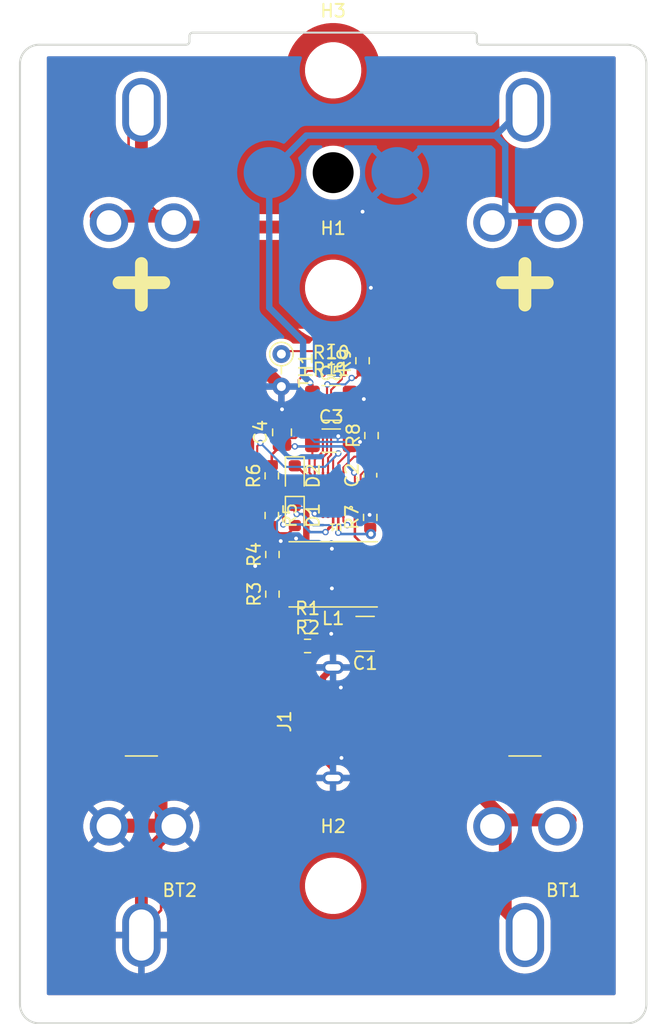
<source format=kicad_pcb>
(kicad_pcb (version 20210424) (generator pcbnew)
  (layers (0 "F.Cu" signal) (31 "B.Cu" signal) (34 "B.Paste" user) (35 "F.Paste" user) (36 "B.SilkS" user "B.Silkscreen") (37 "F.SilkS" user "F.Silkscreen") (38 "B.Mask" user) (39 "F.Mask" user) (44 "Edge.Cuts" user))
  (net 0 "")
  (net 1 "Net-(BT1-Pad2)")
  (net 2 "+BATT")
  (net 3 "GND")
  (net 4 "+5V")
  (net 5 "Net-(C2-Pad2)")
  (net 6 "Net-(C2-Pad1)")
  (net 7 "Net-(C3-Pad1)")
  (net 8 "VCC")
  (net 9 "Net-(U1-Pad18)")
  (net 10 "Net-(D1-Pad2)")
  (net 11 "Net-(J1-Pad5)")
  (net 12 "Net-(J1-Pad4)")
  (net 13 "Net-(R3-Pad2)")
  (net 14 "Net-(U1-Pad16)")
  (net 15 "Net-(D2-Pad2)")
  (net 16 "Net-(R7-Pad1)")
  (net 17 "Net-(R8-Pad1)")
  (net 18 "Net-(R9-Pad1)")
  (net 19 "Net-(R10-Pad2)")
  (net 20 "Net-(R11-Pad2)")
  (footprint "Resistor_THT:R_Axial_DIN0204_L3.6mm_D1.6mm_P2.54mm_Vertical" (layer "F.Cu") (at 70.95 89.18 -90)
    (fp_text reference "TH1" (at 1.27 -1.92 90) (layer "F.SilkS"))
    (fp_text value "Thermistor_NTC")
    (fp_line (start 0.92 0) (end 1.54 0) (layer "F.SilkS") (width 0.12))
    (fp_circle (center 0 0) (end 0.92 0) (layer "F.SilkS") (width 0.12) (fill none))
    (pad "1" thru_hole circle locked (at 0 0 270) (size 1.4 1.4) (drill 0.7) (layers *.Cu *.Mask) (net 20 "Net-(R11-Pad2)"))
    (pad "2" thru_hole oval locked (at 2.54 0 270) (size 1.4 1.4) (drill 0.7) (layers *.Cu *.Mask) (net 3 "GND"))
  )
  (footprint "Resistor_SMD:R_0603_1608Metric" (layer "F.Cu") (at 73 110.5)
    (fp_text reference "R1" (at 0 -1.43) (layer "F.SilkS"))
    (fp_text value "R")
    (fp_line (start -0.237258 0.5225) (end 0.237258 0.5225) (layer "F.SilkS") (width 0.12))
    (fp_line (start -0.237258 -0.5225) (end 0.237258 -0.5225) (layer "F.SilkS") (width 0.12))
    (pad "1" smd roundrect locked (at -0.825 0) (size 0.8 0.95) (layers "F.Cu" "F.Paste" "F.Mask") (net 12 "Net-(J1-Pad4)"))
    (pad "2" smd roundrect locked (at 0.825 0) (size 0.8 0.95) (layers "F.Cu" "F.Paste" "F.Mask") (net 3 "GND"))
  )
  (footprint "Resistor_SMD:R_0603_1608Metric" (layer "F.Cu") (at 77.3 89.7 90)
    (fp_text reference "R9" (at 0 -1.43 90) (layer "F.SilkS"))
    (fp_text value "100")
    (fp_line (start -0.237258 0.5225) (end 0.237258 0.5225) (layer "F.SilkS") (width 0.12))
    (fp_line (start -0.237258 -0.5225) (end 0.237258 -0.5225) (layer "F.SilkS") (width 0.12))
    (pad "1" smd roundrect locked (at -0.825 0 90) (size 0.8 0.95) (layers "F.Cu" "F.Paste" "F.Mask") (net 18 "Net-(R9-Pad1)"))
    (pad "2" smd roundrect locked (at 0.825 0 90) (size 0.8 0.95) (layers "F.Cu" "F.Paste" "F.Mask") (net 1 "Net-(BT1-Pad2)"))
  )
  (footprint "VX8Battery:MP2672A" (layer "F.Cu") (at 75 100.2 180)
    (fp_text reference "U1" (at -0.2 -2.5 180 unlocked) (layer "F.SilkS") (effects (font (size 0.5 0.5) (thickness 0.125))))
    (fp_text value "MP2672A")
    (fp_circle (center -1.4 -1) (end -1.3 -1) (layer "F.SilkS") (width 0.12) (fill none))
    (pad "1" smd roundrect (at -0.85 -0.6 180) (size 1 0.2) (layers "F.Cu" "F.Paste" "F.Mask") (chamfer_ratio 0.2) (chamfer top_left top_right bottom_left bottom_right) (net 4 "+5V"))
    (pad "2" smd rect (at -0.85 -0.2 180) (size 1 0.2) (layers "F.Cu" "F.Paste" "F.Mask") (net 6 "Net-(C2-Pad1)"))
    (pad "3" smd rect (at -0.85 0.2 180) (size 1 0.2) (layers "F.Cu" "F.Paste" "F.Mask") (net 5 "Net-(C2-Pad2)"))
    (pad "4" smd rect (at -0.85 0.6 180) (size 1 0.2) (layers "F.Cu" "F.Paste" "F.Mask") (net 8 "VCC"))
    (pad "5" smd rect (at -0.8 1.45 270) (size 0.7 0.2) (layers "F.Cu" "F.Paste" "F.Mask") (net 17 "Net-(R8-Pad1)"))
    (pad "6" smd rect (at -0.4 1.45 270) (size 0.7 0.2) (layers "F.Cu" "F.Paste" "F.Mask") (net 3 "GND"))
    (pad "7" smd rect (at 0 1.45 270) (size 0.7 0.2) (layers "F.Cu" "F.Paste" "F.Mask") (net 13 "Net-(R3-Pad2)"))
    (pad "8" smd rect (at 0.4 1.45 270) (size 0.7 0.2) (layers "F.Cu" "F.Paste" "F.Mask") (net 19 "Net-(R10-Pad2)"))
    (pad "9" smd rect (at 0.8 1.45 270) (size 0.7 0.2) (layers "F.Cu" "F.Paste" "F.Mask") (net 18 "Net-(R9-Pad1)"))
    (pad "10" smd rect (at 0.85 0.6) (size 1 0.2) (layers "F.Cu" "F.Paste" "F.Mask") (net 2 "+BATT"))
    (pad "11" smd rect (at 0.85 0.2) (size 1 0.2) (layers "F.Cu" "F.Paste" "F.Mask") (net 7 "Net-(C3-Pad1)"))
    (pad "12" smd rect (at 0.85 -0.2) (size 1 0.2) (layers "F.Cu" "F.Paste" "F.Mask") (net 6 "Net-(C2-Pad1)"))
    (pad "13" smd rect (at 0.85 -0.6) (size 1 0.2) (layers "F.Cu" "F.Paste" "F.Mask") (net 3 "GND"))
    (pad "14" smd rect (at 0.8 -1.45 270) (size 0.7 0.2) (layers "F.Cu" "F.Paste" "F.Mask"))
    (pad "15" smd rect (at 0.4 -1.45 270) (size 0.7 0.2) (layers "F.Cu" "F.Paste" "F.Mask"))
    (pad "16" smd rect (at 0 -1.45 270) (size 0.7 0.2) (layers "F.Cu" "F.Paste" "F.Mask") (net 14 "Net-(U1-Pad16)"))
    (pad "17" smd rect (at -0.4 -1.45 270) (size 0.7 0.2) (layers "F.Cu" "F.Paste" "F.Mask") (net 16 "Net-(R7-Pad1)"))
    (pad "18" smd rect (at -0.8 -1.45 270) (size 0.7 0.2) (layers "F.Cu" "F.Paste" "F.Mask") (net 9 "Net-(U1-Pad18)"))
  )
  (footprint "Resistor_SMD:R_0603_1608Metric" (layer "F.Cu") (at 74.85 90.5)
    (fp_text reference "R10" (at 0 -1.43) (layer "F.SilkS"))
    (fp_text value "12.62K")
    (fp_line (start -0.237258 0.5225) (end 0.237258 0.5225) (layer "F.SilkS") (width 0.12))
    (fp_line (start -0.237258 -0.5225) (end 0.237258 -0.5225) (layer "F.SilkS") (width 0.12))
    (pad "1" smd roundrect locked (at -0.825 0) (size 0.8 0.95) (layers "F.Cu" "F.Paste" "F.Mask") (net 8 "VCC"))
    (pad "2" smd roundrect locked (at 0.825 0) (size 0.8 0.95) (layers "F.Cu" "F.Paste" "F.Mask") (net 19 "Net-(R10-Pad2)"))
  )
  (footprint "VX8Battery:AdafruitSMTStandoff" (layer "F.Cu") (at 75 84)
    (fp_text reference "H1" (at 0 -4.65) (layer "F.SilkS"))
    (fp_text value "MountingHole_Pad")
    (pad "" np_thru_hole circle locked (at 0 0) (size 4.22 4.22) (drill 4.4) (layers F&B.Cu *.Mask))
    (pad "1" smd circle locked (at 0 -2.95) (size 1.1 1.1) (layers "F.Cu") (net 3 "GND"))
    (pad "1" smd circle locked (at -2.95 0) (size 1.1 1.1) (layers "F.Cu") (net 3 "GND"))
    (pad "1" smd circle locked (at 0 2.95) (size 1.1 1.1) (layers "F.Cu") (net 3 "GND"))
    (pad "1" smd custom locked (at 2.95 0) (size 1.1 1.1) (layers "F.Cu" "F.Mask") (net 3 "GND") (options (clearance outline) (anchor circle)) (primitives (gr_circle (center -2.95 0) (end 0 0) (width 1.5))))
  )
  (footprint "VX8Battery:Molex-2171780001" (layer "F.Cu") (at 73.2 118 90)
    (fp_text reference "J1" (at 0.1 -2 90 unlocked) (layer "F.SilkS"))
    (fp_text value "USBC-Molex-2171780001")
    (pad "1" thru_hole oval (at -4.32 1.79 90) (size 1 1.7) (drill oval 0.5 1.2) (layers *.Cu *.Mask) (net 3 "GND"))
    (pad "2" smd rect (at -2.75 1 90) (size 0.9 2) (layers "F.Cu" "F.Paste" "F.Mask") (net 3 "GND"))
    (pad "3" smd rect (at -1.52 1 90) (size 0.8 2) (layers "F.Cu" "F.Paste" "F.Mask") (net 4 "+5V"))
    (pad "4" smd rect (at -0.5 1 90) (size 0.7 2) (layers "F.Cu" "F.Paste" "F.Mask") (net 12 "Net-(J1-Pad4)"))
    (pad "5" smd rect (at 0.5 1 90) (size 0.721718 2) (layers "F.Cu" "F.Paste" "F.Mask") (net 11 "Net-(J1-Pad5)"))
    (pad "6" smd rect (at 1.52 1 90) (size 0.8 2) (layers "F.Cu" "F.Paste" "F.Mask") (net 4 "+5V"))
    (pad "7" smd rect (at 2.75 1 90) (size 0.9 2) (layers "F.Cu" "F.Paste" "F.Mask") (net 3 "GND"))
    (pad "8" thru_hole oval (at 4.32 1.79 90) (size 1 1.7) (drill oval 0.5 1.2) (layers *.Cu *.Mask) (net 3 "GND"))
  )
  (footprint "Resistor_SMD:R_0603_1608Metric" (layer "F.Cu") (at 78 95.55 90)
    (fp_text reference "R8" (at 0 -1.43 90) (layer "F.SilkS"))
    (fp_text value "17K")
    (fp_line (start -0.237258 -0.5225) (end 0.237258 -0.5225) (layer "F.SilkS") (width 0.12))
    (fp_line (start -0.237258 0.5225) (end 0.237258 0.5225) (layer "F.SilkS") (width 0.12))
    (pad "1" smd roundrect locked (at -0.825 0 90) (size 0.8 0.95) (layers "F.Cu" "F.Paste" "F.Mask") (net 17 "Net-(R8-Pad1)"))
    (pad "2" smd roundrect locked (at 0.825 0 90) (size 0.8 0.95) (layers "F.Cu" "F.Paste" "F.Mask") (net 3 "GND"))
  )
  (footprint "VX8Battery:AdafruitSMTStandoff" (layer "F.Cu") (at 75 67)
    (fp_text reference "H3" (at 0 -4.65) (layer "F.SilkS"))
    (fp_text value "MountingHole_Pad")
    (pad "" np_thru_hole circle locked (at 0 0) (size 4.22 4.22) (drill 4.4) (layers F&B.Cu *.Mask))
    (pad "1" smd custom locked (at 2.95 0) (size 1.1 1.1) (layers "F.Cu" "F.Mask") (net 3 "GND") (options (clearance outline) (anchor circle)) (primitives (gr_circle (center -2.95 0) (end 0 0) (width 1.5))))
    (pad "1" smd circle locked (at 0 2.95) (size 1.1 1.1) (layers "F.Cu") (net 3 "GND"))
    (pad "1" smd circle locked (at -2.95 0) (size 1.1 1.1) (layers "F.Cu") (net 3 "GND"))
    (pad "1" smd circle locked (at 0 -2.95) (size 1.1 1.1) (layers "F.Cu") (net 3 "GND"))
  )
  (footprint "VX8Battery:VX8BatteryPins" (layer "F.Cu") (at 75 75)
    (fp_text reference "J2" (at 0 -0.5 unlocked) (layer "F.SilkS"))
    (fp_text value "VX8BattPins")
    (pad "" np_thru_hole circle (at 0 0) (size 3.5 3.5) (drill 3.2) (layers *.Mask))
    (pad "1" smd circle (at -5 0) (size 4 4) (layers "B.Cu" "B.Mask") (net 2 "+BATT"))
    (pad "3" smd circle (at 5 0) (size 4 4) (layers "B.Cu" "B.Mask") (net 3 "GND"))
  )
  (footprint "Capacitor_SMD:C_1210_3225Metric" (layer "F.Cu") (at 74.85 93)
    (fp_text reference "C5" (at 0 -2.3) (layer "F.SilkS"))
    (fp_text value "22u")
    (fp_line (start -0.711252 -1.36) (end 0.711252 -1.36) (layer "F.SilkS") (width 0.12))
    (fp_line (start -0.711252 1.36) (end 0.711252 1.36) (layer "F.SilkS") (width 0.12))
    (pad "1" smd roundrect locked (at -1.475 0) (size 1.15 2.7) (layers "F.Cu" "F.Paste" "F.Mask") (roundrect_rratio 0.2173913043) (net 2 "+BATT"))
    (pad "2" smd roundrect locked (at 1.475 0) (size 1.15 2.7) (layers "F.Cu" "F.Paste" "F.Mask") (roundrect_rratio 0.2173913043) (net 3 "GND"))
  )
  (footprint "Resistor_SMD:R_0603_1608Metric" (layer "F.Cu") (at 74.85 88.95 180)
    (fp_text reference "R11" (at 0 -1.43) (layer "F.SilkS"))
    (fp_text value "3.63K")
    (fp_line (start -0.237258 -0.5225) (end 0.237258 -0.5225) (layer "F.SilkS") (width 0.12))
    (fp_line (start -0.237258 0.5225) (end 0.237258 0.5225) (layer "F.SilkS") (width 0.12))
    (pad "1" smd roundrect locked (at -0.825 0 180) (size 0.8 0.95) (layers "F.Cu" "F.Paste" "F.Mask") (net 19 "Net-(R10-Pad2)"))
    (pad "2" smd roundrect locked (at 0.825 0 180) (size 0.8 0.95) (layers "F.Cu" "F.Paste" "F.Mask") (net 20 "Net-(R11-Pad2)"))
  )
  (footprint "Capacitor_SMD:C_0603_1608Metric" (layer "F.Cu") (at 77.9 98.65 90)
    (fp_text reference "C2" (at 0 -1.43 90) (layer "F.SilkS"))
    (fp_text value "100n")
    (fp_line (start -0.14058 -0.51) (end 0.14058 -0.51) (layer "F.SilkS") (width 0.12))
    (fp_line (start -0.14058 0.51) (end 0.14058 0.51) (layer "F.SilkS") (width 0.12))
    (pad "1" smd roundrect locked (at -0.775 0 90) (size 0.9 0.95) (layers "F.Cu" "F.Paste" "F.Mask") (net 6 "Net-(C2-Pad1)"))
    (pad "2" smd roundrect locked (at 0.775 0 90) (size 0.9 0.95) (layers "F.Cu" "F.Paste" "F.Mask") (net 5 "Net-(C2-Pad2)"))
  )
  (footprint "Resistor_SMD:R_0603_1608Metric" (layer "F.Cu") (at 70.2 101.8 -90)
    (fp_text reference "R5" (at 0 -1.43 90) (layer "F.SilkS"))
    (fp_text value "R")
    (fp_line (start -0.237258 -0.5225) (end 0.237258 -0.5225) (layer "F.SilkS") (width 0.12))
    (fp_line (start -0.237258 0.5225) (end 0.237258 0.5225) (layer "F.SilkS") (width 0.12))
    (pad "1" smd roundrect locked (at -0.825 0 270) (size 0.8 0.95) (layers "F.Cu" "F.Paste" "F.Mask") (net 8 "VCC"))
    (pad "2" smd roundrect locked (at 0.825 0 270) (size 0.8 0.95) (layers "F.Cu" "F.Paste" "F.Mask") (net 10 "Net-(D1-Pad2)"))
  )
  (footprint "Capacitor_SMD:C_0805_2012Metric" (layer "F.Cu") (at 71 95.3 90)
    (fp_text reference "C4" (at 0 -1.68 90) (layer "F.SilkS"))
    (fp_text value "1uF")
    (fp_line (start -0.261252 -0.735) (end 0.261252 -0.735) (layer "F.SilkS") (width 0.12))
    (fp_line (start -0.261252 0.735) (end 0.261252 0.735) (layer "F.SilkS") (width 0.12))
    (pad "1" smd roundrect locked (at -0.95 0 90) (size 1 1.45) (layers "F.Cu" "F.Paste" "F.Mask") (net 8 "VCC"))
    (pad "2" smd roundrect locked (at 0.95 0 90) (size 1 1.45) (layers "F.Cu" "F.Paste" "F.Mask") (net 3 "GND"))
  )
  (footprint "Resistor_SMD:R_0603_1608Metric" (layer "F.Cu") (at 70.25 107.95 90)
    (fp_text reference "R3" (at 0 -1.43 90) (layer "F.SilkS"))
    (fp_text value "28.7K")
    (fp_line (start -0.237258 -0.5225) (end 0.237258 -0.5225) (layer "F.SilkS") (width 0.12))
    (fp_line (start -0.237258 0.5225) (end 0.237258 0.5225) (layer "F.SilkS") (width 0.12))
    (pad "1" smd roundrect locked (at -0.825 0 90) (size 0.8 0.95) (layers "F.Cu" "F.Paste" "F.Mask") (net 4 "+5V"))
    (pad "2" smd roundrect locked (at 0.825 0 90) (size 0.8 0.95) (layers "F.Cu" "F.Paste" "F.Mask") (net 13 "Net-(R3-Pad2)"))
  )
  (footprint "Resistor_SMD:R_0603_1608Metric" (layer "F.Cu") (at 70.2 98.7 90)
    (fp_text reference "R6" (at 0 -1.43 90) (layer "F.SilkS"))
    (fp_text value "R")
    (fp_line (start -0.237258 0.5225) (end 0.237258 0.5225) (layer "F.SilkS") (width 0.12))
    (fp_line (start -0.237258 -0.5225) (end 0.237258 -0.5225) (layer "F.SilkS") (width 0.12))
    (pad "1" smd roundrect locked (at -0.825 0 90) (size 0.8 0.95) (layers "F.Cu" "F.Paste" "F.Mask") (net 15 "Net-(D2-Pad2)"))
    (pad "2" smd roundrect locked (at 0.825 0 90) (size 0.8 0.95) (layers "F.Cu" "F.Paste" "F.Mask") (net 8 "VCC"))
  )
  (footprint "Resistor_SMD:R_0603_1608Metric" (layer "F.Cu") (at 73 112)
    (fp_text reference "R2" (at 0 -1.43) (layer "F.SilkS"))
    (fp_text value "R")
    (fp_line (start -0.237258 0.5225) (end 0.237258 0.5225) (layer "F.SilkS") (width 0.12))
    (fp_line (start -0.237258 -0.5225) (end 0.237258 -0.5225) (layer "F.SilkS") (width 0.12))
    (pad "1" smd roundrect locked (at -0.825 0) (size 0.8 0.95) (layers "F.Cu" "F.Paste" "F.Mask") (net 11 "Net-(J1-Pad5)"))
    (pad "2" smd roundrect locked (at 0.825 0) (size 0.8 0.95) (layers "F.Cu" "F.Paste" "F.Mask") (net 3 "GND"))
  )
  (footprint "VX8Battery:21700Battery" (layer "F.Cu") (at 60 126.1)
    (fp_text reference "BT2" (at 3 5 -180) (layer "F.SilkS"))
    (fp_text value "Battery_Cell")
    (fp_line (start -1.25 -5.5) (end 1.25 -5.5) (layer "F.SilkS") (width 0.12))
    (fp_line (start 0 -44) (end 0 -40.75) (layer "F.SilkS") (width 1))
    (fp_line (start -1.75 -42.5) (end 1.75 -42.5) (layer "F.SilkS") (width 1))
    (pad "1" thru_hole oval (at 0 -56 180) (size 3 5) (drill oval 1.93 4) (layers *.Cu *.Mask) (net 1 "Net-(BT1-Pad2)"))
    (pad "1" thru_hole circle (at 2.54 -47.2) (size 3 3) (drill 1.93) (layers *.Cu *.Mask) (net 1 "Net-(BT1-Pad2)"))
    (pad "1" thru_hole circle (at -2.54 -47.2) (size 3 3) (drill 1.93) (layers *.Cu *.Mask) (net 1 "Net-(BT1-Pad2)"))
    (pad "2" thru_hole circle (at -2.54 0 180) (size 3 3) (drill 1.93) (layers *.Cu *.Mask) (net 3 "GND"))
    (pad "2" thru_hole oval (at 0 8.5 180) (size 3 5) (drill oval 1.93 4) (layers *.Cu *.Mask) (net 3 "GND"))
    (pad "2" thru_hole circle (at 2.54 0 180) (size 3 3) (drill 1.93) (layers *.Cu *.Mask) (net 3 "GND"))
  )
  (footprint "LED_SMD:LED_0603_1608Metric" (layer "F.Cu") (at 72 98.7 -90)
    (fp_text reference "D2" (at 0 -1.43 90) (layer "F.SilkS"))
    (fp_text value "LED")
    (fp_line (start -1.485 -0.735) (end -1.485 0.735) (layer "F.SilkS") (width 0.12))
    (fp_line (start 0.8 -0.735) (end -1.485 -0.735) (layer "F.SilkS") (width 0.12))
    (fp_line (start -1.485 0.735) (end 0.8 0.735) (layer "F.SilkS") (width 0.12))
    (pad "1" smd roundrect locked (at -0.7875 0 270) (size 0.875 0.95) (layers "F.Cu" "F.Paste" "F.Mask") (net 14 "Net-(U1-Pad16)"))
    (pad "2" smd roundrect locked (at 0.7875 0 270) (size 0.875 0.95) (layers "F.Cu" "F.Paste" "F.Mask") (net 15 "Net-(D2-Pad2)"))
  )
  (footprint "LED_SMD:LED_0603_1608Metric" (layer "F.Cu") (at 72 101.8 -90)
    (fp_text reference "D1" (at 0 -1.43 90) (layer "F.SilkS"))
    (fp_text value "LED")
    (fp_line (start -1.485 0.735) (end 0.8 0.735) (layer "F.SilkS") (width 0.12))
    (fp_line (start -1.485 -0.735) (end -1.485 0.735) (layer "F.SilkS") (width 0.12))
    (fp_line (start 0.8 -0.735) (end -1.485 -0.735) (layer "F.SilkS") (width 0.12))
    (pad "1" smd roundrect locked (at -0.7875 0 270) (size 0.875 0.95) (layers "F.Cu" "F.Paste" "F.Mask") (net 9 "Net-(U1-Pad18)"))
    (pad "2" smd roundrect locked (at 0.7875 0 270) (size 0.875 0.95) (layers "F.Cu" "F.Paste" "F.Mask") (net 10 "Net-(D1-Pad2)"))
  )
  (footprint "Capacitor_SMD:C_1210_3225Metric" (layer "F.Cu") (at 77.5 111.05 180)
    (fp_text reference "C1" (at 0 -2.3) (layer "F.SilkS"))
    (fp_text value "10uF")
    (fp_line (start -0.711252 -1.36) (end 0.711252 -1.36) (layer "F.SilkS") (width 0.12))
    (fp_line (start -0.711252 1.36) (end 0.711252 1.36) (layer "F.SilkS") (width 0.12))
    (pad "1" smd roundrect locked (at -1.475 0 180) (size 1.15 2.7) (layers "F.Cu" "F.Paste" "F.Mask") (roundrect_rratio 0.2173913043) (net 4 "+5V"))
    (pad "2" smd roundrect locked (at 1.475 0 180) (size 1.15 2.7) (layers "F.Cu" "F.Paste" "F.Mask") (roundrect_rratio 0.2173913043) (net 3 "GND"))
  )
  (footprint "Resistor_SMD:R_0603_1608Metric" (layer "F.Cu") (at 77.9 101.95 90)
    (fp_text reference "R7" (at 0 -1.43 90) (layer "F.SilkS"))
    (fp_text value "20K")
    (fp_line (start -0.237258 0.5225) (end 0.237258 0.5225) (layer "F.SilkS") (width 0.12))
    (fp_line (start -0.237258 -0.5225) (end 0.237258 -0.5225) (layer "F.SilkS") (width 0.12))
    (pad "1" smd roundrect locked (at -0.825 0 90) (size 0.8 0.95) (layers "F.Cu" "F.Paste" "F.Mask") (net 16 "Net-(R7-Pad1)"))
    (pad "2" smd roundrect locked (at 0.825 0 90) (size 0.8 0.95) (layers "F.Cu" "F.Paste" "F.Mask") (net 3 "GND"))
  )
  (footprint "VX8Battery:AdafruitSMTStandoff" (layer "F.Cu") (at 75 130.75)
    (fp_text reference "H2" (at 0 -4.65) (layer "F.SilkS"))
    (fp_text value "MountingHole_Pad")
    (pad "" np_thru_hole circle locked (at 0 0) (size 4.22 4.22) (drill 4.4) (layers F&B.Cu *.Mask))
    (pad "1" smd circle locked (at 0 -2.95) (size 1.1 1.1) (layers "F.Cu") (net 3 "GND"))
    (pad "1" smd circle locked (at 0 2.95) (size 1.1 1.1) (layers "F.Cu") (net 3 "GND"))
    (pad "1" smd custom locked (at 2.95 0) (size 1.1 1.1) (layers "F.Cu" "F.Mask") (net 3 "GND") (options (clearance outline) (anchor circle)) (primitives (gr_circle (center -2.95 0) (end 0 0) (width 1.5))))
    (pad "1" smd circle locked (at -2.95 0) (size 1.1 1.1) (layers "F.Cu") (net 3 "GND"))
  )
  (footprint "VX8Battery:21700Battery" (layer "F.Cu") (at 90 126.1)
    (fp_text reference "BT1" (at 3 5 -180) (layer "F.SilkS"))
    (fp_text value "Battery_Cell")
    (fp_line (start 0 -44) (end 0 -40.75) (layer "F.SilkS") (width 1))
    (fp_line (start -1.75 -42.5) (end 1.75 -42.5) (layer "F.SilkS") (width 1))
    (fp_line (start -1.25 -5.5) (end 1.25 -5.5) (layer "F.SilkS") (width 0.12))
    (pad "1" thru_hole circle (at -2.54 -47.2) (size 3 3) (drill 1.93) (layers *.Cu *.Mask) (net 2 "+BATT"))
    (pad "1" thru_hole circle (at 2.54 -47.2) (size 3 3) (drill 1.93) (layers *.Cu *.Mask) (net 2 "+BATT"))
    (pad "1" thru_hole oval (at 0 -56 180) (size 3 5) (drill oval 1.93 4) (layers *.Cu *.Mask) (net 2 "+BATT"))
    (pad "2" thru_hole circle (at -2.54 0 180) (size 3 3) (drill 1.93) (layers *.Cu *.Mask) (net 1 "Net-(BT1-Pad2)"))
    (pad "2" thru_hole circle (at 2.54 0 180) (size 3 3) (drill 1.93) (layers *.Cu *.Mask) (net 1 "Net-(BT1-Pad2)"))
    (pad "2" thru_hole oval (at 0 8.5 180) (size 3 5) (drill oval 1.93 4) (layers *.Cu *.Mask) (net 1 "Net-(BT1-Pad2)"))
  )
  (footprint "Inductor_SMD:L_Taiyo-Yuden_NR-50xx_HandSoldering" (layer "F.Cu") (at 75 106.4 180)
    (fp_text reference "L1" (at 0 -3.45) (layer "F.SilkS"))
    (fp_text value "1.5uH")
    (fp_line (start -3.45 -2.55) (end 3.45 -2.55) (layer "F.SilkS") (width 0.12))
    (fp_line (start -3.45 2.55) (end 3.45 2.55) (layer "F.SilkS") (width 0.12))
    (pad "1" smd rect locked (at -2.25 0 180) (size 2.4 4.2) (layers "F.Cu" "F.Paste" "F.Mask") (net 4 "+5V"))
    (pad "2" smd rect locked (at 2.25 0 180) (size 2.4 4.2) (layers "F.Cu" "F.Paste" "F.Mask") (net 6 "Net-(C2-Pad1)"))
  )
  (footprint "Resistor_SMD:R_0603_1608Metric" (layer "F.Cu") (at 70.25 104.85 90)
    (fp_text reference "R4" (at 0 -1.43 90) (layer "F.SilkS"))
    (fp_text value "10K")
    (fp_line (start -0.237258 -0.5225) (end 0.237258 -0.5225) (layer "F.SilkS") (width 0.12))
    (fp_line (start -0.237258 0.5225) (end 0.237258 0.5225) (layer "F.SilkS") (width 0.12))
    (pad "1" smd roundrect locked (at -0.825 0 90) (size 0.8 0.95) (layers "F.Cu" "F.Paste" "F.Mask") (net 13 "Net-(R3-Pad2)"))
    (pad "2" smd roundrect locked (at 0.825 0 90) (size 0.8 0.95) (layers "F.Cu" "F.Paste" "F.Mask") (net 3 "GND"))
  )
  (footprint "Capacitor_SMD:C_1206_3216Metric" (layer "F.Cu") (at 74.85 95.95)
    (fp_text reference "C3" (at 0 -1.85) (layer "F.SilkS"))
    (fp_text value "4.7uF")
    (fp_line (start -0.711252 0.91) (end 0.711252 0.91) (layer "F.SilkS") (width 0.12))
    (fp_line (start -0.711252 -0.91) (end 0.711252 -0.91) (layer "F.SilkS") (width 0.12))
    (pad "1" smd roundrect locked (at -1.475 0) (size 1.15 1.8) (layers "F.Cu" "F.Paste" "F.Mask") (roundrect_rratio 0.2173913043) (net 7 "Net-(C3-Pad1)"))
    (pad "2" smd roundrect locked (at 1.475 0) (size 1.15 1.8) (layers "F.Cu" "F.Paste" "F.Mask") (roundrect_rratio 0.2173913043) (net 3 "GND"))
  )
  (gr_line (start 99.5 140) (end 99.5 66.5) (angle 90) (layer "Edge.Cuts") (width 0.16))
  (gr_line (start 64.018 64.053) (end 85.982 64.053) (angle 90) (layer "Edge.Cuts") (width 0.16))
  (gr_line (start 52 65) (end 63.5 65) (angle 90) (layer "Edge.Cuts") (width 0.16))
  (gr_line (start 50.5 66.5) (end 50.5 140) (angle 90) (layer "Edge.Cuts") (width 0.16))
  (gr_line (start 98 65) (end 86.5 65) (angle 90) (layer "Edge.Cuts") (width 0.16))
  (gr_arc (start 86.5 64.741) (end 86.241 64.741) (angle -90) (layer "Edge.Cuts") (width 0.16))
  (gr_line (start 52 141.5) (end 98 141.5) (angle 90) (layer "Edge.Cuts") (width 0.16))
  (gr_arc (start 64.018 64.312) (end 64.018 64.053) (angle -90) (layer "Edge.Cuts") (width 0.16))
  (gr_arc (start 52 140) (end 50.5 140) (angle -90) (layer "Edge.Cuts") (width 0.16))
  (gr_arc (start 98 66.5) (end 99.5 66.5) (angle -90) (layer "Edge.Cuts") (width 0.16))
  (gr_line (start 63.759 64.741) (end 63.759 64.312) (angle 90) (layer "Edge.Cuts") (width 0.16))
  (gr_arc (start 63.5 64.741) (end 63.5 65) (angle -90) (layer "Edge.Cuts") (width 0.16))
  (gr_arc (start 85.982 64.312) (end 86.241 64.312) (angle -90) (layer "Edge.Cuts") (width 0.16))
  (gr_line (start 86.241 64.312) (end 86.241 64.741) (angle 90) (layer "Edge.Cuts") (width 0.16))
  (gr_arc (start 52 66.5) (end 52 65) (angle -90) (layer "Edge.Cuts") (width 0.16))
  (gr_arc (start 98 140) (end 98 141.5) (angle -90) (layer "Edge.Cuts") (width 0.16))
  (segment (start 77.825 88.875) (end 80.65 86.05) (width 1) (layer "F.Cu") (net 1))
  (segment (start 88.46 125.6) (end 85.66 122.8) (width 1) (layer "F.Cu") (net 1))
  (segment (start 61.54 78.4) (end 59.7 78.4) (width 1) (layer "F.Cu") (net 1))
  (segment (start 80.65 86.05) (end 80.65 80.1) (width 1) (layer "F.Cu") (net 1))
  (segment (start 85.65 122.8) (end 80.6 117.75) (width 1) (layer "F.Cu") (net 1))
  (segment (start 80.65 80.1) (end 79.8 79.25) (width 1) (layer "F.Cu") (net 1))
  (segment (start 77.3 88.875) (end 77.825 88.875) (width 1) (layer "F.Cu") (net 1))
  (segment (start 89.84998 134.04998) (end 89.84998 134.54998) (width 1) (layer "F.Cu") (net 1))
  (segment (start 79.8 79.25) (end 62.39 79.25) (width 1) (layer "F.Cu") (net 1))
  (segment (start 59.7 78.4) (end 56.46 78.4) (width 1) (layer "F.Cu") (net 1))
  (segment (start 91 135.2) (end 91 134.65002) (width 0.2) (layer "F.Cu") (net 1))
  (segment (start 59.7 78.4) (end 60 78.1) (width 1) (layer "F.Cu") (net 1))
  (segment (start 80.6 86.1) (end 80.65 86.05) (width 1) (layer "F.Cu") (net 1))
  (segment (start 60 78.1) (end 60 70.1) (width 1) (layer "F.Cu") (net 1))
  (segment (start 59 68.8) (end 59 75.86) (width 0.2) (layer "F.Cu") (net 1))
  (segment (start 88.46 125.6) (end 93.54 125.6) (width 1) (layer "F.Cu") (net 1))
  (segment (start 59 75.86) (end 61.54 78.4) (width 0.2) (layer "F.Cu") (net 1))
  (segment (start 89.84998 134.54998) (end 91 135.7) (width 1) (layer "F.Cu") (net 1))
  (segment (start 88.46 125.6) (end 88.46 132.66) (width 1) (layer "F.Cu") (net 1))
  (segment (start 62.39 79.25) (end 61.54 78.4) (width 1) (layer "F.Cu") (net 1))
  (segment (start 80.6 117.75) (end 80.6 86.1) (width 1) (layer "F.Cu") (net 1))
  (segment (start 88.46 132.66) (end 89.84998 134.04998) (width 1) (layer "F.Cu") (net 1))
  (segment (start 85.66 122.8) (end 85.65 122.8) (width 1) (layer "F.Cu") (net 1))
  (segment (start 73.375 93) (end 73.375 91.575) (width 0.2) (layer "F.Cu") (net 2))
  (segment (start 73.375 91.575) (end 73.2 91.4) (width 0.16) (layer "F.Cu") (net 2))
  (segment (start 73.559022 99.409022) (end 73.559022 97.440334) (width 0.16) (layer "F.Cu") (net 2))
  (segment (start 74.15 99.6) (end 73.75 99.6) (width 0.16) (layer "F.Cu") (net 2))
  (segment (start 73.559022 97.440334) (end 74.2 96.799356) (width 0.16) (layer "F.Cu") (net 2))
  (segment (start 74.2 93.825) (end 73.375 93) (width 0.16) (layer "F.Cu") (net 2))
  (segment (start 74.2 96.799356) (end 74.2 93.825) (width 0.16) (layer "F.Cu") (net 2))
  (segment (start 73.75 99.6) (end 73.559022 99.409022) (width 0.16) (layer "F.Cu") (net 2))
  (via (at 73.2 91.4) (size 0.5) (drill 0.3) (layers "F.Cu" "B.Cu") (net 2))
  (segment (start 87.7 72.1) (end 88.46 72.86) (width 0.5) (layer "B.Cu") (net 2))
  (segment (start 70 75) (end 72.9 72.1) (width 0.5) (layer "B.Cu") (net 2))
  (segment (start 72.65 90.85) (end 72.65 88.2) (width 0.5) (layer "B.Cu") (net 2))
  (segment (start 88.46 78.4) (end 93.54 78.4) (width 0.5) (layer "B.Cu") (net 2))
  (segment (start 72.9 72.1) (end 87.7 72.1) (width 0.5) (layer "B.Cu") (net 2))
  (segment (start 72.65 88.2) (end 70 85.55) (width 0.5) (layer "B.Cu") (net 2))
  (segment (start 70 85.55) (end 70 75) (width 0.5) (layer "B.Cu") (net 2))
  (segment (start 87.7 72.1) (end 91 68.8) (width 0.5) (layer "B.Cu") (net 2))
  (segment (start 73.2 91.4) (end 72.65 90.85) (width 0.5) (layer "B.Cu") (net 2))
  (segment (start 70 75.85) (end 70 75) (width 0.5) (layer "B.Cu") (net 2))
  (segment (start 88.46 72.86) (end 88.46 78.4) (width 0.5) (layer "B.Cu") (net 2))
  (segment (start 68.320977 90.949023) (end 69.25 90.02) (width 1) (layer "F.Cu") (net 3))
  (segment (start 69.75 110.15) (end 69.05 109.45) (width 0.5) (layer "F.Cu") (net 3))
  (segment (start 68.9 109.3) (end 68.9 105.75) (width 0.5) (layer "F.Cu") (net 3))
  (segment (start 76.325 95.95) (end 76.325 93) (width 0.16) (layer "F.Cu") (net 3))
  (segment (start 61.54 125.6) (end 61.54 122.8) (width 1) (layer "F.Cu") (net 3))
  (segment (start 61.54 125.6) (end 61.54 132.66) (width 0.2) (layer "F.Cu") (net 3))
  (segment (start 56.46 125.6) (end 61.54 125.6) (width 0.2) (layer "F.Cu") (net 3))
  (segment (start 61.54 122.8) (end 68.4 122.8) (width 1) (layer "F.Cu") (net 3))
  (segment (start 69.25 90.02) (end 69.25 87.2) (width 1) (layer "F.Cu") (net 3))
  (segment (start 76.025 111.05) (end 74.85 111.05) (width 0.2) (layer "F.Cu") (net 3))
  (segment (start 73.05 109.5) (end 71.8 109.5) (width 0.2) (layer "F.Cu") (net 3))
  (segment (start 74.375 111.05) (end 73.825 110.5) (width 0.2) (layer "F.Cu") (net 3))
  (segment (start 71.4 122.8) (end 73.45 120.75) (width 1) (layer "F.Cu") (net 3))
  (segment (start 76.325 93) (end 77.1 93) (width 0.5) (layer "F.Cu") (net 3))
  (segment (start 74.99 122.32) (end 74.99 127.79) (width 0.5) (layer "F.Cu") (net 3))
  (segment (start 77.95 81.771646) (end 77.478833 81.300479) (width 1) (layer "F.Cu") (net 3))
  (segment (start 75.4 98.75) (end 75.4 97.701856) (width 0.16) (layer "F.Cu") (net 3))
  (segment (start 78 94.675) (end 76.325 93) (width 0.16) (layer "F.Cu") (net 3))
  (segment (start 74.99 122.32) (end 74.99 121.54) (width 0.5) (layer "F.Cu") (net 3))
  (segment (start 77.1 96.05) (end 76.425 96.05) (width 0.16) (layer "F.Cu") (net 3))
  (segment (start 72.05 82.954708) (end 72.05 84) (width 1) (layer "F.Cu") (net 3))
  (segment (start 77.35 78.1) (end 77.3 78.05) (width 0.5) (layer "F.Cu") (net 3))
  (segment (start 68.4 122.8) (end 68.320977 122.720977) (width 1) (layer "F.Cu") (net 3))
  (segment (start 78 94.725) (end 78 94.675) (width 0.16) (layer "F.Cu") (net 3))
  (segment (start 73.5595 100.9905) (end 73.5595 101.655068) (width 0.16) (layer "F.Cu") (net 3))
  (segment (start 60 134.6) (end 60 128.64) (width 1) (layer "F.Cu") (net 3))
  (segment (start 77.478833 81.300479) (end 73.704229 81.300479) (width 1) (layer "F.Cu") (net 3))
  (segment (start 77.95 77.4) (end 77.95 67) (width 0.5) (layer "F.Cu") (net 3))
  (segment (start 69.05 109.45) (end 68.9 109.3) (width 0.5) (layer "F.Cu") (net 3))
  (segment (start 70.675 104.025) (end 70.9 103.8) (width 0.16) (layer "F.Cu") (net 3))
  (segment (start 60 128.64) (end 62.54 126.1) (width 1) (layer "F.Cu") (net 3))
  (segment (start 70.25 104.025) (end 70.675 104.025) (width 0.16) (layer "F.Cu") (net 3))
  (segment (start 68.320977 122.720977) (end 68.320977 90.949023) (width 1) (layer "F.Cu") (net 3))
  (segment (start 76.325 96.776856) (end 76.325 95.95) (width 0.16) (layer "F.Cu") (net 3))
  (segment (start 74.99 127.79) (end 75 127.8) (width 0.5) (layer "F.Cu") (net 3))
  (segment (start 71 91.815) (end 71.1 91.715) (width 0.16) (layer "F.Cu") (net 3))
  (segment (start 74.2 114.47) (end 74.99 113.68) (width 0.5) (layer "F.Cu") (net 3))
  (segment (start 73.75 100.8) (end 73.5595 100.9905) (width 0.16) (layer "F.Cu") (net 3))
  (segment (start 70.95 85.5) (end 72.149521 86.699521) (width 1) (layer "F.Cu") (net 3))
  (segment (start 73.45 120.75) (end 74.2 120.75) (width 1) (layer "F.Cu") (net 3))
  (segment (start 61.54 132.66) (end 59.75002 134.44998) (width 0.2) (layer "F.Cu") (net 3))
  (segment (start 74.2 120.95) (end 73.5 120.95) (width 0.16) (layer "F.Cu") (net 3))
  (segment (start 62.54 126.1) (end 57.46 126.1) (width 1) (layer "F.Cu") (net 3))
  (segment (start 71 93.5) (end 71 91.815) (width 0.16) (layer "F.Cu") (net 3))
  (segment (start 71 94.35) (end 71 93.5) (width 0.16) (layer "F.Cu") (net 3))
  (segment (start 75.4 97.701856) (end 76.325 96.776856) (width 0.16) (layer "F.Cu") (net 3))
  (segment (start 74.85 111.05) (end 74.375 111.05) (width 0.2) (layer "F.Cu") (net 3))
  (segment (start 75.65 120.75) (end 74.2 120.75) (width 0.5) (layer "F.Cu") (net 3))
  (segment (start 73.825 110.5) (end 73.825 110.275) (width 0.2) (layer "F.Cu") (net 3))
  (segment (start 77.85 101.75) (end 77.85 101.175) (width 0.16) (layer "F.Cu") (net 3))
  (segment (start 69.25 87.2) (end 70.95 85.5) (width 1) (layer "F.Cu") (net 3))
  (segment (start 77.3 78.05) (end 77.95 77.4) (width 0.5) (layer "F.Cu") (net 3))
  (segment (start 77.478833 86.699521) (end 77.95 86.228354) (width 1) (layer "F.Cu") (net 3))
  (segment (start 69.8 110.15) (end 69.75 110.15) (width 0.5) (layer "F.Cu") (net 3))
  (segment (start 74.2 115.25) (end 75.6 115.25) (width 0.5) (layer "F.Cu") (net 3))
  (segment (start 71.8 109.5) (end 71.15 110.15) (width 0.2) (layer "F.Cu") (net 3))
  (segment (start 74.9 107.5) (end 74.9 104.4) (width 0.2) (layer "F.Cu") (net 3))
  (segment (start 77.95 86.228354) (end 77.95 81.771646) (width 1) (layer "F.Cu") (net 3))
  (segment (start 73.825 110.275) (end 73.05 109.5) (width 0.2) (layer "F.Cu") (net 3))
  (segment (start 68.4 122.8) (end 71.4 122.8) (width 1) (layer "F.Cu") (net 3))
  (segment (start 70.95 91.72) (end 69.25 90.02) (width 1) (layer "F.Cu") (net 3))
  (segment (start 75.975 95.6) (end 76.325 95.95) (width 0.16) (layer "F.Cu") (net 3))
  (segment (start 74.15 100.8) (end 73.75 100.8) (width 0.16) (layer "F.Cu") (net 3))
  (segment (start 77.1 93) (end 77.4 92.7) (width 0.5) (layer "F.Cu") (net 3))
  (segment (start 73.825 110.5) (end 73.825 112) (width 0.2) (layer "F.Cu") (net 3))
  (segment (start 72.149521 86.699521) (end 77.478833 86.699521) (width 1) (layer "F.Cu") (net 3))
  (segment (start 77.85 101.175) (end 77.9 101.125) (width 0.16) (layer "F.Cu") (net 3))
  (segment (start 73.704229 81.300479) (end 72.05 82.954708) (width 1) (layer "F.Cu") (net 3))
  (segment (start 74.2 115.25) (end 74.2 114.47) (width 0.5) (layer "F.Cu") (net 3))
  (segment (start 75.4 95.6) (end 75.975 95.6) (width 0.16) (layer "F.Cu") (net 3))
  (segment (start 76.425 96.05) (end 76.325 95.95) (width 0.16) (layer "F.Cu") (net 3))
  (segment (start 71.15 110.15) (end 69.8 110.15) (width 0.2) (layer "F.Cu") (net 3))
  (segment (start 74.99 121.54) (end 74.2 120.75) (width 0.5) (layer "F.Cu") (net 3))
  (via (at 77.85 101.75) (size 0.5) (drill 0.3) (layers "F.Cu" "B.Cu") (net 3))
  (via (at 70.9 103.8) (size 0.5) (drill 0.3) (layers "F.Cu" "B.Cu") (net 3))
  (via (at 75.65 120.75) (size 0.5) (drill 0.3) (layers "F.Cu" "B.Cu") (net 3))
  (via (at 77.3 78.05) (size 0.5) (drill 0.3) (layers "F.Cu" "B.Cu") (net 3))
  (via (at 72.1 103.6) (size 0.5) (drill 0.3) (layers "F.Cu" "B.Cu") (net 3))
  (via (at 74.85 111.05) (size 0.5) (drill 0.3) (layers "F.Cu" "B.Cu") (net 3))
  (via (at 73.5595 101.655068) (size 0.5) (drill 0.3) (layers "F.Cu" "B.Cu") (net 3))
  (via (at 75.4 95.6) (size 0.5) (drill 0.3) (layers "F.Cu" "B.Cu") (net 3))
  (via (at 74.9 104.4) (size 0.5) (drill 0.3) (layers "F.Cu" "B.Cu") (net 3))
  (via (at 77.4 92.7) (size 0.5) (drill 0.3) (layers "F.Cu" "B.Cu") (net 3))
  (via (at 68.9 105.75) (size 0.5) (drill 0.3) (layers "F.Cu" "B.Cu") (net 3))
  (via (at 75.6 115.25) (size 0.5) (drill 0.3) (layers "F.Cu" "B.Cu") (net 3))
  (via (at 77.95 84) (size 0.5) (drill 0.3) (layers "F.Cu" "B.Cu") (net 3))
  (via (at 71 93.5) (size 0.5) (drill 0.3) (layers "F.Cu" "B.Cu") (net 3))
  (via (at 77.1 96.05) (size 0.5) (drill 0.3) (layers "F.Cu" "B.Cu") (net 3))
  (via (at 74.9 107.5) (size 0.5) (drill 0.3) (layers "F.Cu" "B.Cu") (net 3))
  (segment (start 70.610499 103.510499) (end 70.610499 102.265039) (width 0.16) (layer "B.Cu") (net 3))
  (segment (start 71.67346 101.202078) (end 73.10651 101.202078) (width 0.16) (layer "B.Cu") (net 3))
  (segment (start 77.95 78.7) (end 77.95 84) (width 0.5) (layer "B.Cu") (net 3))
  (segment (start 74.85 107.55) (end 74.9 107.5) (width 0.2) (layer "B.Cu") (net 3))
  (segment (start 72.9 104.4) (end 72.1 103.6) (width 0.2) (layer "B.Cu") (net 3))
  (segment (start 77.8 101.7) (end 73.604432 101.7) (width 0.16) (layer "B.Cu") (net 3))
  (segment (start 74.85 111.05) (end 74.85 107.55) (width 0.2) (layer "B.Cu") (net 3))
  (segment (start 78.6 97.3) (end 77.35 96.05) (width 0.16) (layer "B.Cu") (net 3))
  (segment (start 77.3 77.7) (end 80 75) (width 0.5) (layer "B.Cu") (net 3))
  (segment (start 78.6 100.3) (end 78.6 97.3) (width 0.16) (layer "B.Cu") (net 3))
  (segment (start 77.1 96.05) (end 75.35 96.05) (width 0.16) (layer "B.Cu") (net 3))
  (segment (start 75.35 96.05) (end 73.55 96.05) (width 0.16) (layer "B.Cu") (net 3))
  (segment (start 70.610499 102.265039) (end 71.67346 101.202078) (width 0.16) (layer "B.Cu") (net 3))
  (segment (start 75.6 120.7) (end 75.65 120.75) (width 0.5) (layer "B.Cu") (net 3))
  (segment (start 77.3 78.05) (end 77.95 78.7) (width 0.5) (layer "B.Cu") (net 3))
  (segment (start 75.35 96.05) (end 75.35 95.65) (width 0.16) (layer "B.Cu") (net 3))
  (segment (start 74.9 104.4) (end 72.9 104.4) (width 0.2) (layer "B.Cu") (net 3))
  (segment (start 77.35 78.1) (end 77.3 78.05) (width 0.5) (layer "B.Cu") (net 3))
  (segment (start 77.85 101.75) (end 77.8 101.7) (width 0.16) (layer "B.Cu") (net 3))
  (segment (start 75.35 95.65) (end 75.4 95.6) (width 0.16) (layer "B.Cu") (net 3))
  (segment (start 77.35 96.05) (end 77.1 96.05) (width 0.16) (layer "B.Cu") (net 3))
  (segment (start 77.85 101.05) (end 78.6 100.3) (width 0.16) (layer "B.Cu") (net 3))
  (segment (start 73.55 96.05) (end 71 93.5) (width 0.16) (layer "B.Cu") (net 3))
  (segment (start 73.604432 101.7) (end 73.5595 101.655068) (width 0.16) (layer "B.Cu") (net 3))
  (segment (start 73.10651 101.202078) (end 73.5595 101.655068) (width 0.16) (layer "B.Cu") (net 3))
  (segment (start 70.9 103.8) (end 70.610499 103.510499) (width 0.16) (layer "B.Cu") (net 3))
  (segment (start 77.85 101.75) (end 77.85 101.05) (width 0.16) (layer "B.Cu") (net 3))
  (segment (start 68.9 105.75) (end 68.95 105.75) (width 0.5) (layer "B.Cu") (net 3))
  (segment (start 75.6 115.25) (end 75.6 120.7) (width 0.5) (layer "B.Cu") (net 3))
  (segment (start 68.95 105.75) (end 70.9 103.8) (width 0.5) (layer "B.Cu") (net 3))
  (segment (start 77.3 78.05) (end 77.3 77.7) (width 0.5) (layer "B.Cu") (net 3))
  (segment (start 77.1 113.65) (end 78.35 112.4) (width 0.5) (layer "F.Cu") (net 4))
  (segment (start 76.45 100.8) (end 75.85 100.8) (width 0.2) (layer "F.Cu") (net 4))
  (segment (start 78.35 112.4) (end 78.6 112.4) (width 0.5) (layer "F.Cu") (net 4))
  (segment (start 77.075 108.775) (end 77.1 108.75) (width 0.16) (layer "F.Cu") (net 4))
  (segment (start 77.25 106.4) (end 77.25 104) (width 0.2) (layer "F.Cu") (net 4))
  (segment (start 77.1 108.75) (end 77.1 106.55) (width 0.5) (layer "F.Cu") (net 4))
  (segment (start 76.7 103.45) (end 76.7 101.05) (width 0.2) (layer "F.Cu") (net 4))
  (segment (start 70.25 108.775) (end 70.525 108.775) (width 0.16) (layer "F.Cu") (net 4))
  (segment (start 77.25 106.4) (end 77.25 104.65) (width 0.25) (layer "F.Cu") (net 4))
  (segment (start 70.25 108.775) (end 77.075 108.775) (width 0.16) (layer "F.Cu") (net 4))
  (segment (start 78.975 111.05) (end 77.1 109.175) (width 0.5) (layer "F.Cu") (net 4))
  (segment (start 77.08 116.48) (end 77.1 116.5) (width 0.5) (layer "F.Cu") (net 4))
  (segment (start 77.1 116.5) (end 77.1 113.65) (width 0.5) (layer "F.Cu") (net 4))
  (segment (start 77.1 119.1) (end 77.1 116.5) (width 0.5) (layer "F.Cu") (net 4))
  (segment (start 77.25 104) (end 76.7 103.45) (width 0.2) (layer "F.Cu") (net 4))
  (segment (start 77.1 109.175) (end 77.1 108.75) (width 0.5) (layer "F.Cu") (net 4))
  (segment (start 77.1 106.55) (end 77.25 106.4) (width 0.5) (layer "F.Cu") (net 4))
  (segment (start 78.6 112.4) (end 78.975 112.025) (width 0.5) (layer "F.Cu") (net 4))
  (segment (start 76.68 119.52) (end 77.1 119.1) (width 0.5) (layer "F.Cu") (net 4))
  (segment (start 78.975 112.025) (end 78.975 111.05) (width 0.5) (layer "F.Cu") (net 4))
  (segment (start 74.2 119.52) (end 76.68 119.52) (width 0.5) (layer "F.Cu") (net 4))
  (segment (start 77.25 106.4) (end 77.1 106.25) (width 0.25) (layer "F.Cu") (net 4))
  (segment (start 76.7 101.05) (end 76.45 100.8) (width 0.2) (layer "F.Cu") (net 4))
  (segment (start 74.2 116.48) (end 77.08 116.48) (width 0.5) (layer "F.Cu") (net 4))
  (segment (start 76.475 107.175) (end 77.25 106.4) (width 0.5) (layer "F.Cu") (net 4))
  (segment (start 76.85 100) (end 77.15 99.7) (width 0.16) (layer "F.Cu") (net 5))
  (segment (start 77.15 99.7) (end 77.15 98.625) (width 0.16) (layer "F.Cu") (net 5))
  (segment (start 77.15 98.625) (end 77.9 97.875) (width 0.16) (layer "F.Cu") (net 5))
  (segment (start 75.85 100) (end 76.85 100) (width 0.16) (layer "F.Cu") (net 5))
  (segment (start 72.75 104.05) (end 72.9 103.9) (width 0.5) (layer "F.Cu") (net 6))
  (segment (start 77.9 99.45) (end 77.9 99.425) (width 0.16) (layer "F.Cu") (net 6))
  (segment (start 76.95 100.4) (end 77.9 99.45) (width 0.16) (layer "F.Cu") (net 6))
  (segment (start 73.2 100.4) (end 73.1 100.5) (width 0.16) (layer "F.Cu") (net 6))
  (segment (start 72.75 106.4) (end 72.75 104.05) (width 0.5) (layer "F.Cu") (net 6))
  (segment (start 75.85 100.4) (end 76.95 100.4) (width 0.16) (layer "F.Cu") (net 6))
  (segment (start 72.9 100.7) (end 73.1 100.5) (width 0.5) (layer "F.Cu") (net 6))
  (segment (start 72.9 103.9) (end 72.9 100.7) (width 0.5) (layer "F.Cu") (net 6))
  (segment (start 74.15 100.4) (end 75.85 100.4) (width 0.16) (layer "F.Cu") (net 6))
  (segment (start 74.15 100.4) (end 73.2 100.4) (width 0.16) (layer "F.Cu") (net 6))
  (segment (start 73.139511 98.459369) (end 73.139511 97.310489) (width 0.16) (layer "F.Cu") (net 7))
  (segment (start 73.25 100) (end 73.239511 99.989511) (width 0.16) (layer "F.Cu") (net 7))
  (segment (start 73.239511 98.559369) (end 73.139511 98.459369) (width 0.16) (layer "F.Cu") (net 7))
  (segment (start 74.15 100) (end 73.25 100) (width 0.16) (layer "F.Cu") (net 7))
  (segment (start 73.139511 97.310489) (end 73.375 97.075) (width 0.16) (layer "F.Cu") (net 7))
  (segment (start 73.239511 99.989511) (end 73.239511 98.559369) (width 0.16) (layer "F.Cu") (net 7))
  (segment (start 73.375 97.075) (end 73.375 95.95) (width 0.16) (layer "F.Cu") (net 7))
  (segment (start 69.4 98.675) (end 70.2 97.875) (width 0.2) (layer "F.Cu") (net 8))
  (segment (start 70.075 100.975) (end 69.4 100.3) (width 0.2) (layer "F.Cu") (net 8))
  (segment (start 72.05 95.75) (end 72.3 95.5) (width 0.16) (layer "F.Cu") (net 8))
  (segment (start 75.85 99.6) (end 76.55 99.6) (width 0.16) (layer "F.Cu") (net 8))
  (segment (start 69.4 100.3) (end 69.4 98.675) (width 0.2) (layer "F.Cu") (net 8))
  (segment (start 76.7 98.5) (end 76.65 98.45) (width 0.16) (layer "F.Cu") (net 8))
  (segment (start 71.5 95.75) (end 72.05 95.75) (width 0.16) (layer "F.Cu") (net 8))
  (segment (start 76.7 99.45) (end 76.7 98.5) (width 0.16) (layer "F.Cu") (net 8))
  (segment (start 70.2 97.875) (end 70.2 97.05) (width 0.2) (layer "F.Cu") (net 8))
  (segment (start 71.15 96.4) (end 71 96.25) (width 0.2) (layer "F.Cu") (net 8))
  (segment (start 72.3 95.5) (end 72.3 91.2) (width 0.16) (layer "F.Cu") (net 8))
  (segment (start 72 96.4) (end 71.15 96.4) (width 0.2) (layer "F.Cu") (net 8))
  (segment (start 70.2 100.975) (end 70.075 100.975) (width 0.2) (layer "F.Cu") (net 8))
  (segment (start 71 96.25) (end 71.5 95.75) (width 0.16) (layer "F.Cu") (net 8))
  (segment (start 70.2 97.05) (end 71 96.25) (width 0.2) (layer "F.Cu") (net 8))
  (segment (start 72.3 91.2) (end 73 90.5) (width 0.16) (layer "F.Cu") (net 8))
  (segment (start 76.55 99.6) (end 76.7 99.45) (width 0.16) (layer "F.Cu") (net 8))
  (segment (start 73 90.5) (end 74.025 90.5) (width 0.16) (layer "F.Cu") (net 8))
  (via (at 76.65 98.45) (size 0.5) (drill 0.3) (layers "F.Cu" "B.Cu") (net 8))
  (via (at 72 96.4) (size 0.5) (drill 0.3) (layers "F.Cu" "B.Cu") (net 8))
  (segment (start 75.6 96.4) (end 72 96.4) (width 0.2) (layer "B.Cu") (net 8))
  (segment (start 76.65 98.45) (end 76.2 98) (width 0.2) (layer "B.Cu") (net 8))
  (segment (start 75.7 96.4) (end 75.6 96.4) (width 0.2) (layer "B.Cu") (net 8))
  (segment (start 76.2 96.9) (end 75.7 96.4) (width 0.2) (layer "B.Cu") (net 8))
  (segment (start 76.2 98) (end 76.2 96.9) (width 0.2) (layer "B.Cu") (net 8))
  (segment (start 75.8 101.65) (end 75.8 102.25) (width 0.16) (layer "F.Cu") (net 9))
  (segment (start 72 101.542106) (end 72.149473 101.691579) (width 0.2) (layer "F.Cu") (net 9))
  (segment (start 72 101.0125) (end 72 101.542106) (width 0.2) (layer "F.Cu") (net 9))
  (segment (start 75.8 102.25) (end 76.1 102.55) (width 0.16) (layer "F.Cu") (net 9))
  (via (at 76.1 102.55) (size 0.5) (drill 0.3) (layers "F.Cu" "B.Cu") (net 9))
  (via (at 72.149473 101.691579) (size 0.5) (drill 0.3) (layers "F.Cu" "B.Cu") (net 9))
  (segment (start 72.591579 101.691579) (end 72.149473 101.691579) (width 0.2) (layer "B.Cu") (net 9))
  (segment (start 74.224462 102.55) (end 73.45 102.55) (width 0.2) (layer "B.Cu") (net 9))
  (segment (start 76.1 102.55) (end 74.224462 102.55) (width 0.16) (layer "B.Cu") (net 9))
  (segment (start 73.45 102.55) (end 72.591579 101.691579) (width 0.2) (layer "B.Cu") (net 9))
  (segment (start 72 102.5875) (end 72 102.7) (width 0.2) (layer "F.Cu") (net 10))
  (segment (start 72 102.7) (end 71.5 103.2) (width 0.2) (layer "F.Cu") (net 10))
  (segment (start 70.775 103.2) (end 70.2 102.625) (width 0.2) (layer "F.Cu") (net 10))
  (segment (start 71.5 103.2) (end 70.775 103.2) (width 0.2) (layer "F.Cu") (net 10))
  (segment (start 72.175 112) (end 72.175 116.775) (width 0.5) (layer "F.Cu") (net 11))
  (segment (start 72.9 117.5) (end 74.2 117.5) (width 0.5) (layer "F.Cu") (net 11))
  (segment (start 72.175 116.775) (end 72.9 117.5) (width 0.5) (layer "F.Cu") (net 11))
  (segment (start 71.15 111.525) (end 71.15 117.15) (width 0.5) (layer "F.Cu") (net 12))
  (segment (start 72.5 118.5) (end 74.2 118.5) (width 0.5) (layer "F.Cu") (net 12))
  (segment (start 71.15 117.15) (end 72.5 118.5) (width 0.5) (layer "F.Cu") (net 12))
  (segment (start 72.175 110.5) (end 71.15 111.525) (width 0.5) (layer "F.Cu") (net 12))
  (segment (start 75 98.75) (end 75 97.354962) (width 0.16) (layer "F.Cu") (net 13))
  (segment (start 70.25 107.125) (end 70.25 105.675) (width 0.16) (layer "F.Cu") (net 13))
  (segment (start 75.148051 97.206873) (end 75.148051 97.201949) (width 0.16) (layer "F.Cu") (net 13))
  (segment (start 69.060489 104.485489) (end 69.060489 96.379664) (width 0.16) (layer "F.Cu") (net 13))
  (segment (start 75.148025 97.206899) (end 75.148051 97.206873) (width 0.16) (layer "F.Cu") (net 13))
  (segment (start 75 97.354962) (end 75.148025 97.206937) (width 0.16) (layer "F.Cu") (net 13))
  (segment (start 75.148051 97.201949) (end 75.4 96.95) (width 0.16) (layer "F.Cu") (net 13))
  (segment (start 70.25 105.675) (end 69.060489 104.485489) (width 0.16) (layer "F.Cu") (net 13))
  (segment (start 75.148025 97.206937) (end 75.148025 97.206899) (width 0.16) (layer "F.Cu") (net 13))
  (segment (start 69.060489 96.379664) (end 69.3095 96.130653) (width 0.16) (layer "F.Cu") (net 13))
  (segment (start 75 98.75) (end 75.058533 98.691467) (width 0.16) (layer "F.Cu") (net 13))
  (via (at 75.4 96.95) (size 0.5) (drill 0.3) (layers "F.Cu" "B.Cu") (net 13))
  (via (at 69.3095 96.130653) (size 0.5) (drill 0.3) (layers "F.Cu" "B.Cu") (net 13))
  (segment (start 74.2 98) (end 74.362194 98) (width 0.16) (layer "B.Cu") (net 13))
  (segment (start 71.178847 98) (end 69.3095 96.130653) (width 0.16) (layer "B.Cu") (net 13))
  (segment (start 74.2 98) (end 71.178847 98) (width 0.16) (layer "B.Cu") (net 13))
  (segment (start 75.4 96.95) (end 74.35 98) (width 0.16) (layer "B.Cu") (net 13))
  (segment (start 74.35 98) (end 74.2 98) (width 0.16) (layer "B.Cu") (net 13))
  (segment (start 75 102.5) (end 75 101.65) (width 0.2) (layer "F.Cu") (net 14))
  (segment (start 75 102.4) (end 75 101.65) (width 0.16) (layer "F.Cu") (net 14))
  (segment (start 71.4 100.3) (end 71.1 100.6) (width 0.2) (layer "F.Cu") (net 14))
  (segment (start 74.6 102.8) (end 75 102.4) (width 0.16) (layer "F.Cu") (net 14))
  (segment (start 71.1 100.6) (end 71.1 102.5) (width 0.2) (layer "F.Cu") (net 14))
  (segment (start 72.888953 98.688953) (end 72.888953 99.990489) (width 0.2) (layer "F.Cu") (net 14))
  (segment (start 72.888953 99.990489) (end 72.579443 100.3) (width 0.2) (layer "F.Cu") (net 14))
  (segment (start 72 97.9125) (end 72.1125 97.9125) (width 0.2) (layer "F.Cu") (net 14))
  (segment (start 72.579443 100.3) (end 71.4 100.3) (width 0.2) (layer "F.Cu") (net 14))
  (segment (start 74.4 103.1) (end 75 102.5) (width 0.2) (layer "F.Cu") (net 14))
  (segment (start 72.1125 97.9125) (end 72.888953 98.688953) (width 0.2) (layer "F.Cu") (net 14))
  (via (at 74.4 103.1) (size 0.5) (drill 0.3) (layers "F.Cu" "B.Cu") (net 14))
  (via (at 71.1 102.5) (size 0.5) (drill 0.3) (layers "F.Cu" "B.Cu") (net 14))
  (segment (start 73 102.9) (end 73.2 103.1) (width 0.2) (layer "B.Cu") (net 14))
  (segment (start 71.1 102.5) (end 72.6 102.5) (width 0.2) (layer "B.Cu") (net 14))
  (segment (start 73.2 103.1) (end 74.4 103.1) (width 0.2) (layer "B.Cu") (net 14))
  (segment (start 72.6 102.5) (end 73 102.9) (width 0.2) (layer "B.Cu") (net 14))
  (segment (start 71.9625 99.525) (end 72 99.4875) (width 0.2) (layer "F.Cu") (net 15))
  (segment (start 70.2 99.525) (end 71.9625 99.525) (width 0.2) (layer "F.Cu") (net 15))
  (segment (start 75.4 103.15) (end 75.4 101.65) (width 0.2) (layer "F.Cu") (net 16))
  (segment (start 77.9 102.775) (end 77.9 103.2) (width 0.2) (layer "F.Cu") (net 16))
  (segment (start 77.9 103.2) (end 77.95 103.25) (width 0.2) (layer "F.Cu") (net 16))
  (via (at 77.95 103.25) (size 0.8) (drill 0.4) (layers "F.Cu" "B.Cu") (net 16))
  (via (at 75.4 103.15) (size 0.5) (drill 0.3) (layers "F.Cu" "B.Cu") (net 16))
  (segment (start 77.95 103.25) (end 77.85 103.35) (width 0.2) (layer "B.Cu") (net 16))
  (segment (start 75.5 103.25) (end 75.4 103.15) (width 0.2) (layer "B.Cu") (net 16))
  (segment (start 77.95 103.25) (end 75.5 103.25) (width 0.2) (layer "B.Cu") (net 16))
  (segment (start 78 96.4) (end 78 96.375) (width 0.16) (layer "F.Cu") (net 17))
  (segment (start 76.65 97.2) (end 77.2 97.2) (width 0.16) (layer "F.Cu") (net 17))
  (segment (start 75.8 98.75) (end 75.8 98.05) (width 0.16) (layer "F.Cu") (net 17))
  (segment (start 75.8 98.05) (end 76.65 97.2) (width 0.16) (layer "F.Cu") (net 17))
  (segment (start 77.2 97.2) (end 78 96.4) (width 0.16) (layer "F.Cu") (net 17))
  (segment (start 74.519511 96.931701) (end 74.519511 91.580489) (width 0.16) (layer "F.Cu") (net 18))
  (segment (start 74.519511 91.580489) (end 74.55 91.55) (width 0.16) (layer "F.Cu") (net 18))
  (segment (start 76.775 91.05) (end 77.3 90.525) (width 0.16) (layer "F.Cu") (net 18))
  (segment (start 76.45 91.05) (end 76.775 91.05) (width 0.16) (layer "F.Cu") (net 18))
  (segment (start 74.2 98.75) (end 74.2 97.251212) (width 0.16) (layer "F.Cu") (net 18))
  (segment (start 74.2 97.251212) (end 74.519511 96.931701) (width 0.16) (layer "F.Cu") (net 18))
  (via (at 74.55 91.55) (size 0.5) (drill 0.3) (layers "F.Cu" "B.Cu") (net 18))
  (via (at 76.45 91.05) (size 0.5) (drill 0.3) (layers "F.Cu" "B.Cu") (net 18))
  (segment (start 75.95 91.55) (end 76.45 91.05) (width 0.16) (layer "B.Cu") (net 18))
  (segment (start 74.55 91.55) (end 75.95 91.55) (width 0.16) (layer "B.Cu") (net 18))
  (segment (start 75.675 90.5) (end 75.675 91.149462) (width 0.16) (layer "F.Cu") (net 19))
  (segment (start 75.675 91.149462) (end 74.839021 91.985441) (width 0.16) (layer "F.Cu") (net 19))
  (segment (start 74.839021 91.985441) (end 74.839021 97.064085) (width 0.16) (layer "F.Cu") (net 19))
  (segment (start 74.839021 97.064085) (end 74.6 97.303106) (width 0.16) (layer "F.Cu") (net 19))
  (segment (start 74.6 97.303106) (end 74.6 98.75) (width 0.16) (layer "F.Cu") (net 19))
  (segment (start 75.675 88.95) (end 75.675 90.5) (width 0.16) (layer "F.Cu") (net 19))
  (segment (start 74.025 88.95) (end 71.325 88.95) (width 0.16) (layer "F.Cu") (net 20))
  (segment (start 71.325 88.95) (end 71.1 89.175) (width 0.16) (layer "F.Cu") (net 20))
  (zone (net 3) (net_name "GND") (layers F&B.Cu) (connect_pads (clearance 0.508)) (min_thickness 0.254) (fill yes (thermal_gap 0.508) (thermal_bridge_width 0.508))
    (polygon (pts (xy 97.1 139.3) (xy 52.6 139.3) (xy 52.6 65.9) (xy 97.1 65.9)))
  )
)
</source>
